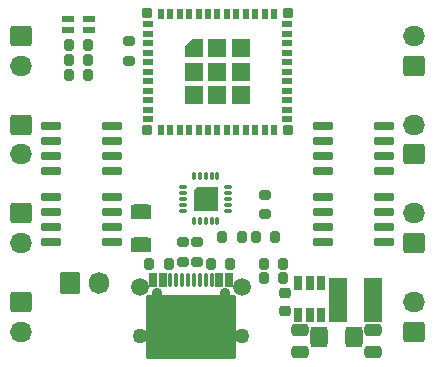
<source format=gbr>
%TF.GenerationSoftware,KiCad,Pcbnew,(6.0.2-0)*%
%TF.CreationDate,2022-04-20T12:28:57+01:00*%
%TF.ProjectId,Relay,52656c61-792e-46b6-9963-61645f706362,2*%
%TF.SameCoordinates,Original*%
%TF.FileFunction,Soldermask,Top*%
%TF.FilePolarity,Negative*%
%FSLAX46Y46*%
G04 Gerber Fmt 4.6, Leading zero omitted, Abs format (unit mm)*
G04 Created by KiCad (PCBNEW (6.0.2-0)) date 2022-04-20 12:28:57*
%MOMM*%
%LPD*%
G01*
G04 APERTURE LIST*
G04 Aperture macros list*
%AMRoundRect*
0 Rectangle with rounded corners*
0 $1 Rounding radius*
0 $2 $3 $4 $5 $6 $7 $8 $9 X,Y pos of 4 corners*
0 Add a 4 corners polygon primitive as box body*
4,1,4,$2,$3,$4,$5,$6,$7,$8,$9,$2,$3,0*
0 Add four circle primitives for the rounded corners*
1,1,$1+$1,$2,$3*
1,1,$1+$1,$4,$5*
1,1,$1+$1,$6,$7*
1,1,$1+$1,$8,$9*
0 Add four rect primitives between the rounded corners*
20,1,$1+$1,$2,$3,$4,$5,0*
20,1,$1+$1,$4,$5,$6,$7,0*
20,1,$1+$1,$6,$7,$8,$9,0*
20,1,$1+$1,$8,$9,$2,$3,0*%
%AMFreePoly0*
4,1,14,0.732071,0.732071,0.735000,0.725000,0.735000,-0.725000,0.732071,-0.732071,0.725000,-0.735000,-0.725000,-0.735000,-0.732071,-0.732071,-0.735000,-0.725000,-0.735000,0.130500,-0.732071,0.137571,-0.137571,0.732071,-0.130500,0.735000,0.725000,0.735000,0.732071,0.732071,0.732071,0.732071,$1*%
%AMFreePoly1*
4,1,14,1.007071,1.007071,1.010000,1.000000,1.010000,-1.000000,1.007071,-1.007071,1.000000,-1.010000,-1.000000,-1.010000,-1.007071,-1.007071,-1.010000,-1.000000,-1.010000,0.750000,-1.007071,0.757071,-0.757071,1.007071,-0.750000,1.010000,1.000000,1.010000,1.007071,1.007071,1.007071,1.007071,$1*%
G04 Aperture macros list end*
%ADD10RoundRect,0.260000X-0.675000X0.600000X-0.675000X-0.600000X0.675000X-0.600000X0.675000X0.600000X0*%
%ADD11O,1.870000X1.720000*%
%ADD12RoundRect,0.010000X-0.400000X-0.200000X0.400000X-0.200000X0.400000X0.200000X-0.400000X0.200000X0*%
%ADD13RoundRect,0.010000X-0.200000X-0.400000X0.200000X-0.400000X0.200000X0.400000X-0.200000X0.400000X0*%
%ADD14FreePoly0,0.000000*%
%ADD15RoundRect,0.010000X-0.725000X-0.725000X0.725000X-0.725000X0.725000X0.725000X-0.725000X0.725000X0*%
%ADD16RoundRect,0.010000X-0.350000X-0.350000X0.350000X-0.350000X0.350000X0.350000X-0.350000X0.350000X0*%
%ADD17RoundRect,0.072500X-0.287500X-0.062500X0.287500X-0.062500X0.287500X0.062500X-0.287500X0.062500X0*%
%ADD18RoundRect,0.072500X-0.062500X-0.287500X0.062500X-0.287500X0.062500X0.287500X-0.062500X0.287500X0*%
%ADD19FreePoly1,0.000000*%
%ADD20RoundRect,0.210000X0.275000X-0.200000X0.275000X0.200000X-0.275000X0.200000X-0.275000X-0.200000X0*%
%ADD21RoundRect,0.210000X0.200000X0.275000X-0.200000X0.275000X-0.200000X-0.275000X0.200000X-0.275000X0*%
%ADD22RoundRect,0.160000X-0.725000X-0.150000X0.725000X-0.150000X0.725000X0.150000X-0.725000X0.150000X0*%
%ADD23RoundRect,0.210000X-0.200000X-0.275000X0.200000X-0.275000X0.200000X0.275000X-0.200000X0.275000X0*%
%ADD24RoundRect,0.010000X-0.300000X-0.570000X0.300000X-0.570000X0.300000X0.570000X-0.300000X0.570000X0*%
%ADD25RoundRect,0.085000X-0.075000X-0.495000X0.075000X-0.495000X0.075000X0.495000X-0.075000X0.495000X0*%
%ADD26C,1.270000*%
%ADD27C,1.520000*%
%ADD28RoundRect,0.010000X-3.750000X-2.625000X3.750000X-2.625000X3.750000X2.625000X-3.750000X2.625000X0*%
%ADD29C,0.870000*%
%ADD30RoundRect,0.160000X0.725000X0.150000X-0.725000X0.150000X-0.725000X-0.150000X0.725000X-0.150000X0*%
%ADD31RoundRect,0.260000X0.675000X-0.600000X0.675000X0.600000X-0.675000X0.600000X-0.675000X-0.600000X0*%
%ADD32RoundRect,0.260000X0.625000X-0.375000X0.625000X0.375000X-0.625000X0.375000X-0.625000X-0.375000X0*%
%ADD33RoundRect,0.235000X0.250000X-0.225000X0.250000X0.225000X-0.250000X0.225000X-0.250000X-0.225000X0*%
%ADD34RoundRect,0.010000X0.300000X-0.550000X0.300000X0.550000X-0.300000X0.550000X-0.300000X-0.550000X0*%
%ADD35RoundRect,0.259375X-0.463125X-0.625625X0.463125X-0.625625X0.463125X0.625625X-0.463125X0.625625X0*%
%ADD36RoundRect,0.010000X0.712500X-1.850000X0.712500X1.850000X-0.712500X1.850000X-0.712500X-1.850000X0*%
%ADD37RoundRect,0.260000X-0.475000X0.250000X-0.475000X-0.250000X0.475000X-0.250000X0.475000X0.250000X0*%
%ADD38RoundRect,0.260000X-0.600000X-0.675000X0.600000X-0.675000X0.600000X0.675000X-0.600000X0.675000X0*%
%ADD39O,1.720000X1.870000*%
%ADD40RoundRect,0.210000X-0.275000X0.200000X-0.275000X-0.200000X0.275000X-0.200000X0.275000X0.200000X0*%
%ADD41RoundRect,0.010000X-0.425000X-0.250000X0.425000X-0.250000X0.425000X0.250000X-0.425000X0.250000X0*%
G04 APERTURE END LIST*
D10*
%TO.C,J4*%
X88150000Y-40500000D03*
D11*
X88150000Y-43000000D03*
%TD*%
D12*
%TO.C,U1*%
X98850000Y-32000000D03*
X98850000Y-32800000D03*
X98850000Y-33600000D03*
X98850000Y-34400000D03*
X98850000Y-35200000D03*
X98850000Y-36000000D03*
X98850000Y-36800000D03*
X98850000Y-37600000D03*
X98850000Y-38400000D03*
X98850000Y-39200000D03*
X98850000Y-40000000D03*
D13*
X99950000Y-40900000D03*
X100750000Y-40900000D03*
X101550000Y-40900000D03*
X102350000Y-40900000D03*
X103150000Y-40900000D03*
X103950000Y-40900000D03*
X104750000Y-40900000D03*
X105550000Y-40900000D03*
X106350000Y-40900000D03*
X107150000Y-40900000D03*
X107950000Y-40900000D03*
X108750000Y-40900000D03*
X109550000Y-40900000D03*
D12*
X110650000Y-40000000D03*
X110650000Y-39200000D03*
X110650000Y-38400000D03*
X110650000Y-37600000D03*
X110650000Y-36800000D03*
X110650000Y-36000000D03*
X110650000Y-35200000D03*
X110650000Y-34400000D03*
X110650000Y-33600000D03*
X110650000Y-32800000D03*
X110650000Y-32000000D03*
D13*
X109550000Y-31100000D03*
X108750000Y-31100000D03*
X107950000Y-31100000D03*
X107150000Y-31100000D03*
X106350000Y-31100000D03*
X105550000Y-31100000D03*
X104750000Y-31100000D03*
X103950000Y-31100000D03*
X103150000Y-31100000D03*
X102350000Y-31100000D03*
X101550000Y-31100000D03*
X100750000Y-31100000D03*
X99950000Y-31100000D03*
D14*
X102775000Y-34025000D03*
D15*
X102775000Y-37975000D03*
X104750000Y-34025000D03*
X106725000Y-37975000D03*
X104750000Y-37975000D03*
X102775000Y-36000000D03*
X104750000Y-36000000D03*
X106725000Y-34025000D03*
X106725000Y-36000000D03*
D16*
X110700000Y-31050000D03*
X110700000Y-40950000D03*
X98800000Y-40950000D03*
X98800000Y-31050000D03*
%TD*%
D17*
%TO.C,U2*%
X101850000Y-45750000D03*
X101850000Y-46250000D03*
X101850000Y-46750000D03*
X101850000Y-47250000D03*
X101850000Y-47750000D03*
D18*
X102750000Y-48650000D03*
X103250000Y-48650000D03*
X103750000Y-48650000D03*
X104250000Y-48650000D03*
X104750000Y-48650000D03*
D17*
X105650000Y-47750000D03*
X105650000Y-47250000D03*
X105650000Y-46750000D03*
X105650000Y-46250000D03*
X105650000Y-45750000D03*
D18*
X104750000Y-44850000D03*
X104250000Y-44850000D03*
X103750000Y-44850000D03*
X103250000Y-44850000D03*
X102750000Y-44850000D03*
D19*
X103750000Y-46750000D03*
%TD*%
D20*
%TO.C,C1*%
X108750000Y-48025000D03*
X108750000Y-46475000D03*
%TD*%
D21*
%TO.C,R5*%
X105825000Y-52250000D03*
X104175000Y-52250000D03*
%TD*%
D22*
%TO.C,U6*%
X113675000Y-40595000D03*
X113675000Y-41865000D03*
X113675000Y-43135000D03*
X113675000Y-44405000D03*
X118825000Y-44405000D03*
X118825000Y-43135000D03*
X118825000Y-41865000D03*
X118825000Y-40595000D03*
%TD*%
D23*
%TO.C,R12*%
X108675000Y-53500000D03*
X110325000Y-53500000D03*
%TD*%
D24*
%TO.C,J1*%
X99300000Y-53640000D03*
X100100000Y-53640000D03*
D25*
X101250000Y-53640000D03*
X102250000Y-53640000D03*
X102750000Y-53640000D03*
X103750000Y-53640000D03*
D24*
X105700000Y-53640000D03*
X104900000Y-53640000D03*
D25*
X104250000Y-53640000D03*
X103250000Y-53640000D03*
X101750000Y-53640000D03*
X100750000Y-53640000D03*
D26*
X98180000Y-58390000D03*
D27*
X106820000Y-54220000D03*
D28*
X102500000Y-57625000D03*
D26*
X106820000Y-58390000D03*
D29*
X99610000Y-54710000D03*
X105390000Y-54710000D03*
D27*
X98180000Y-54220000D03*
%TD*%
D10*
%TO.C,J3*%
X88150000Y-33000000D03*
D11*
X88150000Y-35500000D03*
%TD*%
D23*
%TO.C,R11*%
X108675000Y-52250000D03*
X110325000Y-52250000D03*
%TD*%
%TO.C,R2*%
X105175000Y-50000000D03*
X106825000Y-50000000D03*
%TD*%
D30*
%TO.C,U5*%
X95825000Y-50405000D03*
X95825000Y-49135000D03*
X95825000Y-47865000D03*
X95825000Y-46595000D03*
X90675000Y-46595000D03*
X90675000Y-47865000D03*
X90675000Y-49135000D03*
X90675000Y-50405000D03*
%TD*%
D31*
%TO.C,J10*%
X121350000Y-35500000D03*
D11*
X121350000Y-33000000D03*
%TD*%
D32*
%TO.C,D2*%
X98250000Y-50650000D03*
X98250000Y-47850000D03*
%TD*%
D33*
%TO.C,U7*%
X110450000Y-56275000D03*
D34*
X113500000Y-53900000D03*
D35*
X113347500Y-58420000D03*
D33*
X110450000Y-54725000D03*
D34*
X113500000Y-56600000D03*
D36*
X114950000Y-55300000D03*
D34*
X111600000Y-56600000D03*
D37*
X111700000Y-57850000D03*
D34*
X112550000Y-56600000D03*
D37*
X111700000Y-59750000D03*
D34*
X112550000Y-53900000D03*
D37*
X117950000Y-59750000D03*
D35*
X116312500Y-58420000D03*
D36*
X117950000Y-55300000D03*
D37*
X117950000Y-57850000D03*
D34*
X111600000Y-53900000D03*
%TD*%
D23*
%TO.C,R3*%
X107975000Y-50000000D03*
X109625000Y-50000000D03*
%TD*%
D38*
%TO.C,J2*%
X92250000Y-53850000D03*
D39*
X94750000Y-53850000D03*
%TD*%
D23*
%TO.C,R9*%
X92175000Y-35000000D03*
X93825000Y-35000000D03*
%TD*%
D10*
%TO.C,J6*%
X88150000Y-55500000D03*
D11*
X88150000Y-58000000D03*
%TD*%
D31*
%TO.C,J7*%
X121350000Y-58000000D03*
D11*
X121350000Y-55500000D03*
%TD*%
D22*
%TO.C,U4*%
X113675000Y-46595000D03*
X113675000Y-47865000D03*
X113675000Y-49135000D03*
X113675000Y-50405000D03*
X118825000Y-50405000D03*
X118825000Y-49135000D03*
X118825000Y-47865000D03*
X118825000Y-46595000D03*
%TD*%
D31*
%TO.C,J9*%
X121350000Y-43000000D03*
D11*
X121350000Y-40500000D03*
%TD*%
D31*
%TO.C,J8*%
X121350000Y-50500000D03*
D11*
X121350000Y-48000000D03*
%TD*%
D23*
%TO.C,R8*%
X92175000Y-33750000D03*
X93825000Y-33750000D03*
%TD*%
D20*
%TO.C,R6*%
X101800000Y-52075000D03*
X101800000Y-50425000D03*
%TD*%
%TO.C,R1*%
X97250000Y-35075000D03*
X97250000Y-33425000D03*
%TD*%
D40*
%TO.C,R7*%
X103000000Y-50425000D03*
X103000000Y-52075000D03*
%TD*%
D41*
%TO.C,D1*%
X93875000Y-32500000D03*
X92125000Y-32500000D03*
X92125000Y-31500000D03*
X93875000Y-31500000D03*
%TD*%
D10*
%TO.C,J5*%
X88150000Y-48000000D03*
D11*
X88150000Y-50500000D03*
%TD*%
D21*
%TO.C,R4*%
X100625000Y-52250000D03*
X98975000Y-52250000D03*
%TD*%
D23*
%TO.C,R10*%
X92175000Y-36250000D03*
X93825000Y-36250000D03*
%TD*%
D30*
%TO.C,U3*%
X95825000Y-44405000D03*
X95825000Y-43135000D03*
X95825000Y-41865000D03*
X95825000Y-40595000D03*
X90675000Y-40595000D03*
X90675000Y-41865000D03*
X90675000Y-43135000D03*
X90675000Y-44405000D03*
%TD*%
M02*

</source>
